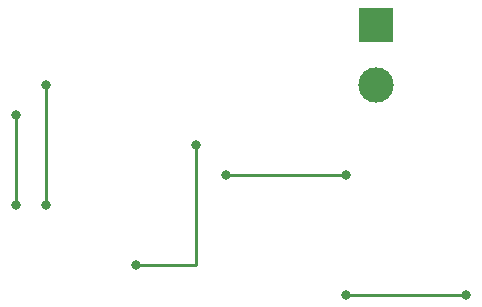
<source format=gbr>
%TF.GenerationSoftware,KiCad,Pcbnew,(6.0.10-0)*%
%TF.CreationDate,2023-02-17T09:30:26-08:00*%
%TF.ProjectId,Exercise 2,45786572-6369-4736-9520-322e6b696361,rev?*%
%TF.SameCoordinates,Original*%
%TF.FileFunction,Copper,L2,Bot*%
%TF.FilePolarity,Positive*%
%FSLAX46Y46*%
G04 Gerber Fmt 4.6, Leading zero omitted, Abs format (unit mm)*
G04 Created by KiCad (PCBNEW (6.0.10-0)) date 2023-02-17 09:30:26*
%MOMM*%
%LPD*%
G01*
G04 APERTURE LIST*
%TA.AperFunction,ComponentPad*%
%ADD10R,3.000000X3.000000*%
%TD*%
%TA.AperFunction,ComponentPad*%
%ADD11C,3.000000*%
%TD*%
%TA.AperFunction,ViaPad*%
%ADD12C,0.800000*%
%TD*%
%TA.AperFunction,Conductor*%
%ADD13C,0.250000*%
%TD*%
G04 APERTURE END LIST*
D10*
%TO.P,J1,1,Pin_1*%
%TO.N,+9V*%
X170180000Y-48260000D03*
D11*
%TO.P,J1,2,Pin_2*%
%TO.N,GND*%
X170180000Y-53340000D03*
%TD*%
D12*
%TO.N,GND*%
X157480000Y-60960000D03*
X167640000Y-60960000D03*
%TO.N,Net-(C2-Pad1)*%
X139700000Y-63500000D03*
X139700000Y-55880000D03*
%TO.N,+9V*%
X142240000Y-63500000D03*
X142240000Y-53340000D03*
%TO.N,/pin_7*%
X177800000Y-71120000D03*
X167640000Y-71120000D03*
%TO.N,/pin_3*%
X149860000Y-68580000D03*
X154940000Y-58420000D03*
%TD*%
D13*
%TO.N,GND*%
X167640000Y-60960000D02*
X157480000Y-60960000D01*
%TO.N,Net-(C2-Pad1)*%
X139700000Y-63500000D02*
X139700000Y-55880000D01*
%TO.N,+9V*%
X142240000Y-63500000D02*
X142240000Y-53340000D01*
%TO.N,/pin_7*%
X177800000Y-71120000D02*
X167640000Y-71120000D01*
%TO.N,/pin_3*%
X154940000Y-68580000D02*
X154940000Y-58420000D01*
X149860000Y-68580000D02*
X154940000Y-68580000D01*
%TD*%
M02*

</source>
